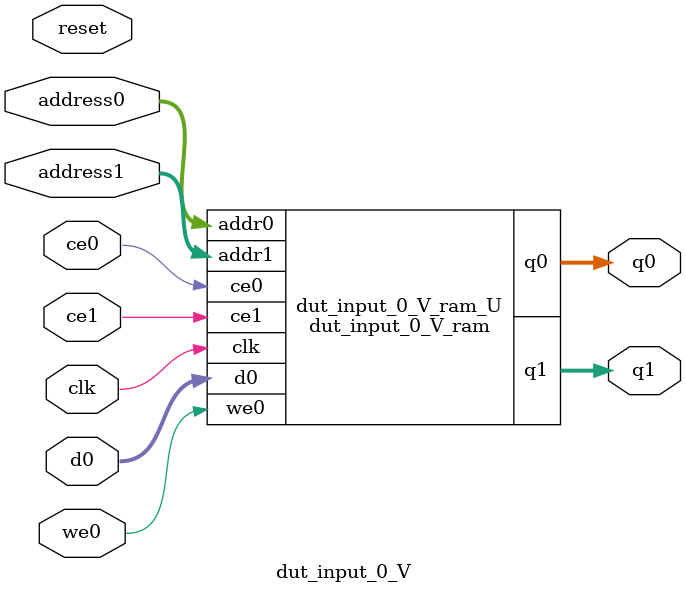
<source format=v>
`timescale 1 ns / 1 ps
module dut_input_0_V_ram (addr0, ce0, d0, we0, q0, addr1, ce1, q1,  clk);

parameter DWIDTH = 40;
parameter AWIDTH = 11;
parameter MEM_SIZE = 1536;

input[AWIDTH-1:0] addr0;
input ce0;
input[DWIDTH-1:0] d0;
input we0;
output reg[DWIDTH-1:0] q0;
input[AWIDTH-1:0] addr1;
input ce1;
output reg[DWIDTH-1:0] q1;
input clk;

(* ram_style = "block" *)reg [DWIDTH-1:0] ram[0:MEM_SIZE-1];




always @(posedge clk)  
begin 
    if (ce0) begin
        if (we0) 
            ram[addr0] <= d0; 
        q0 <= ram[addr0];
    end
end


always @(posedge clk)  
begin 
    if (ce1) begin
        q1 <= ram[addr1];
    end
end


endmodule

`timescale 1 ns / 1 ps
module dut_input_0_V(
    reset,
    clk,
    address0,
    ce0,
    we0,
    d0,
    q0,
    address1,
    ce1,
    q1);

parameter DataWidth = 32'd40;
parameter AddressRange = 32'd1536;
parameter AddressWidth = 32'd11;
input reset;
input clk;
input[AddressWidth - 1:0] address0;
input ce0;
input we0;
input[DataWidth - 1:0] d0;
output[DataWidth - 1:0] q0;
input[AddressWidth - 1:0] address1;
input ce1;
output[DataWidth - 1:0] q1;



dut_input_0_V_ram dut_input_0_V_ram_U(
    .clk( clk ),
    .addr0( address0 ),
    .ce0( ce0 ),
    .we0( we0 ),
    .d0( d0 ),
    .q0( q0 ),
    .addr1( address1 ),
    .ce1( ce1 ),
    .q1( q1 ));

endmodule


</source>
